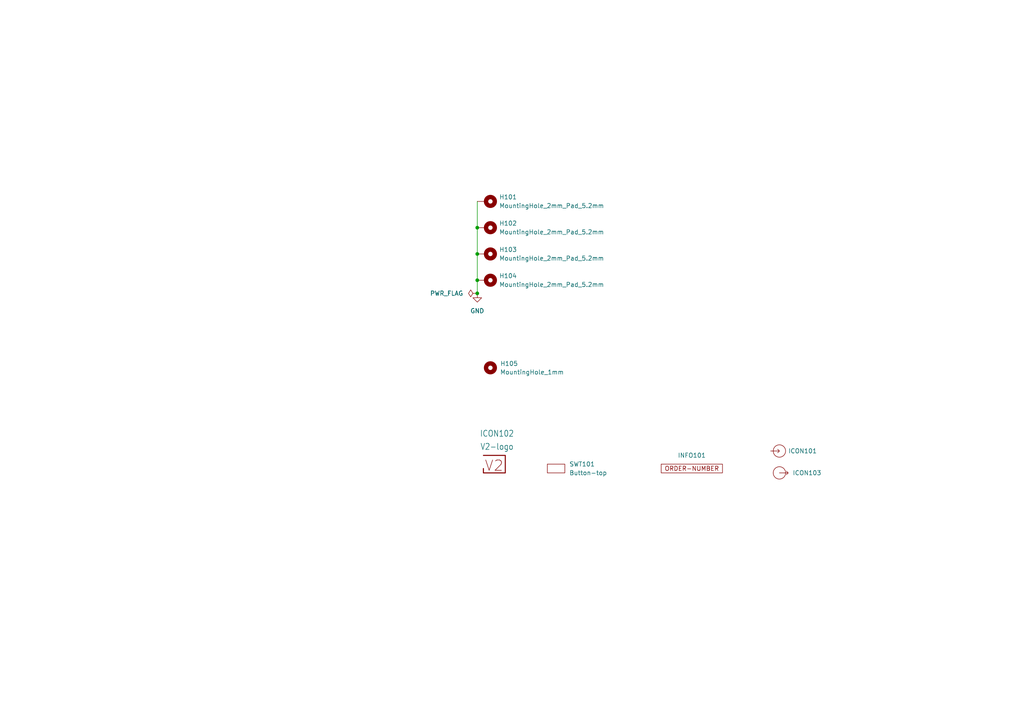
<source format=kicad_sch>
(kicad_sch (version 20250114) (generator "eeschema") (generator_version "9.0")
  (paper "A4")
  (title_block (title "V2 radio") (date "2025-10-09") (rev "1") (company "Versio Duo") (comment 1 "Cover"))
  (lib_symbols
    (symbol "V2_Artwork:Arrow_In" (in_bom no)
      (property "Reference" "ICON" (at -2.54 2.54 0))
      (symbol "Arrow_In_0_1"
        (polyline (pts (xy -2.54 0) (xy 0 0)))
        (polyline (pts (xy -0.508 0.508) (xy 0 0) (xy -0.508 -0.508)))
        (circle (center 0 0) (radius 1.7961))
      )
    )
    (symbol "V2_Artwork:Arrow_Out" (in_bom no)
      (property "Reference" "ICON" (at -2.54 2.54 0))
      (symbol "Arrow_Out_0_1"
        (polyline (pts (xy 0 0) (xy 2.54 0)))
        (circle (center 0 0) (radius 1.7961))
        (polyline (pts (xy 2.032 0.508) (xy 2.54 0) (xy 2.032 -0.508)))
      )
    )
    (symbol "V2_Artwork:V2-logo" (in_bom no)
      (property "Reference" "ICON" (at -3.302 3.81 0))
      (symbol "V2-logo_1_0"
        (polyline (pts (xy -3.302 2.54) (xy 3.048 2.54) (xy 3.048 -2.54) (xy -3.302 -2.54) (xy -3.302 -1.27)) (stroke (width 0.3)))
        (text "V2" (at -0.2055 -0.4053 0) (effects (font (size 3 3))))
      )
    )
    (symbol "V2_Mechanical:MountingHole_1mm" (pin_names (offset 1.016)) (in_bom no)
      (property "Reference" "H" (at 0 5.08 0))
      (property "Value" "MountingHole_1mm" (at 0 3.175 0))
      (symbol "MountingHole_1mm_0_1"
        (circle (center 0 0) (radius 1.27) (stroke (width 1.27)))
      )
    )
    (symbol "V2_Mechanical:MountingHole_2mm_Pad_5.2mm" (pin_numbers (hide yes)) (pin_names (offset 1.016) (hide yes)) (in_bom no)
      (property "Reference" "H" (at 0 6.35 0))
      (property "Value" "MountingHole_2mm_Pad_5.2mm" (at 0 4.445 0))
      (symbol "MountingHole_2mm_Pad_5.2mm_0_1"
        (circle (center 0 1.27) (radius 1.27) (stroke (width 1.27)))
      )
      (symbol "MountingHole_2mm_Pad_5.2mm_1_1"
        (pin input line (at 0 -2.54 90) (length 2.54) (name "1") (number "1"))
      )
    )
    (symbol "V2_PCB_Devices:Button-top" (in_bom no)
      (property "Reference" "SWT1" (at 3.81 1.2701 0))
      (property "Value" "Button-top" (at 3.81 -1.2699 0))
      (symbol "Button-top_0_1"
        (rectangle (start -2.54 1.27) (end 2.54 -1.27))
      )
    )
    (symbol "V2_Production:Order_Number" (in_bom no)
      (property "Reference" "INFO" (at 0 2.54 0))
      (symbol "Order_Number_0_0"
        (text "ORDER-NUMBER" (at 0 0 0) (effects (font (size 1.27 1.27))))
      )
      (symbol "Order_Number_0_1"
        (rectangle (start -8.89 1.27) (end 8.89 -1.27))
      )
    )
    (symbol "power:GND" (power) (pin_numbers (hide yes)) (pin_names (offset 0) (hide yes))
      (property "Value" "GND" (at 0 -3.81 0))
      (symbol "GND_0_1"
        (polyline (pts (xy 0 0) (xy 0 -1.27) (xy 1.27 -1.27) (xy 0 -2.54) (xy -1.27 -1.27) (xy 0 -1.27)))
      )
      (symbol "GND_1_1"
        (pin power_in line (at 0 0 270) (length 0) (name "~") (number "1"))
      )
    )
    (symbol "power:PWR_FLAG" (power) (pin_numbers (hide yes)) (pin_names (offset 0) (hide yes))
      (property "Value" "PWR_FLAG" (at 0 3.81 0))
      (symbol "PWR_FLAG_0_0"
        (pin power_out line (at 0 0 90) (length 0) (name "~") (number "1"))
      )
      (symbol "PWR_FLAG_0_1"
        (polyline (pts (xy 0 0) (xy 0 1.27) (xy -1.016 1.905) (xy 0 2.54) (xy 1.016 1.905) (xy 0 1.27)))
      )
    )
  )
  (junction (at 138.43 73.66))
  (junction (at 138.43 81.28))
  (junction (at 138.43 85.09))
  (junction (at 138.43 66.04))
  (wire (pts (xy 138.43 73.66) (xy 138.43 81.28)))
  (wire (pts (xy 138.43 58.42) (xy 138.43 66.04)))
  (wire (pts (xy 138.43 81.28) (xy 138.43 85.09)))
  (wire (pts (xy 138.43 66.04) (xy 138.43 73.66)))
  (symbol (lib_id "power:GND") (at 138.43 85.09 0) (unit 1)
    (property "Reference" "#PWR0101" (effects (hide yes)))
    (property "Value" "GND" (at 138.43 90.17 0))
  )
  (symbol (lib_id "V2_Mechanical:MountingHole_2mm_Pad_5.2mm") (at 140.97 66.04 270) (unit 1) (exclude_from_sim yes) (in_bom no)
    (property "Reference" "H102" (at 144.78 64.7699 90) (effects (justify left)))
    (property "Value" "MountingHole_2mm_Pad_5.2mm" (at 144.78 67.3099 90) (effects (justify left)))
    (property "Footprint" "V2_Mechanical:MountingHole_2mm_Pad_5.2mm" (effects (hide yes)))
  )
  (symbol (lib_id "V2_Artwork:Arrow_In") (at 226.06 130.81 0) (unit 1) (in_bom no)
    (property "Reference" "ICON101" (at 228.6 130.8099 0) (effects (justify left)))
    (property "Value" "Arrow_In" (effects (hide yes)))
    (property "Footprint" "V2_Artwork:Arrow_In" (effects (hide yes)))
    (property "Sim.Enable" "0" (effects (hide yes)))
  )
  (symbol (lib_id "V2_Production:Order_Number") (at 200.66 135.89 0) (unit 1) (exclude_from_sim yes) (in_bom no)
    (property "Reference" "INFO101" (at 200.66 132.08 0))
    (property "Value" "ORDER-NUMBER" (effects (hide yes)))
    (property "Footprint" "V2_Production:Order_Number" (effects (hide yes)))
  )
  (symbol (lib_id "V2_PCB_Devices:Button-top") (at 161.29 135.89 0) (unit 1) (exclude_from_sim yes) (in_bom no)
    (property "Reference" "SWT101" (at 165.1 134.6199 0) (effects (justify left)))
    (property "Value" "Button-top" (at 165.1 137.1599 0) (effects (justify left)))
    (property "Footprint" "V2_PCB_Devices:PCB_Button-top" (effects (hide yes)))
  )
  (symbol (lib_id "V2_Mechanical:MountingHole_2mm_Pad_5.2mm") (at 140.97 81.28 270) (unit 1) (exclude_from_sim yes) (in_bom no)
    (property "Reference" "H104" (at 144.78 80.0099 90) (effects (justify left)))
    (property "Value" "MountingHole_2mm_Pad_5.2mm" (at 144.78 82.5499 90) (effects (justify left)))
    (property "Footprint" "V2_Mechanical:MountingHole_2mm_Pad_5.2mm" (effects (hide yes)))
  )
  (symbol (lib_id "V2_Mechanical:MountingHole_2mm_Pad_5.2mm") (at 140.97 58.42 270) (unit 1) (exclude_from_sim yes) (in_bom no)
    (property "Reference" "H101" (at 144.78 57.1499 90) (effects (justify left)))
    (property "Value" "MountingHole_2mm_Pad_5.2mm" (at 160.02 59.6899 90))
    (property "Footprint" "V2_Mechanical:MountingHole_2mm_Pad_5.2mm" (effects (hide yes)))
  )
  (symbol (lib_id "V2_Artwork:Arrow_Out") (at 226.06 137.16 0) (unit 1) (in_bom no)
    (property "Reference" "ICON103" (at 229.87 137.1599 0) (effects (justify left)))
    (property "Value" "Arrow_Out" (effects (hide yes)))
    (property "Footprint" "V2_Artwork:Arrow_Out" (effects (hide yes)))
    (property "Sim.Enable" "0" (effects (hide yes)))
  )
  (symbol (lib_id "power:PWR_FLAG") (at 138.43 85.09 90) (unit 1)
    (property "Reference" "#FLG0101" (effects (hide yes)))
    (property "Value" "PWR_FLAG" (at 129.54 85.09 90))
  )
  (symbol (lib_id "V2_Mechanical:MountingHole_1mm") (at 142.24 106.68 0) (unit 1) (exclude_from_sim yes) (in_bom no)
    (property "Reference" "H105" (at 145.0777 105.4569 0) (effects (justify left)))
    (property "Value" "MountingHole_1mm" (at 154.305 107.95 0))
    (property "Footprint" "V2_Mechanical:MountingHole_1mm" (effects (hide yes)))
  )
  (symbol (lib_id "V2_Artwork:V2-logo") (at 143.51 134.62 0) (unit 1) (exclude_from_sim yes) (in_bom no)
    (property "Reference" "ICON102" (at 144.145 125.73 0) (effects (font (size 1.778 1.5113))))
    (property "Value" "V2-logo" (at 144.145 129.54 0) (effects (font (size 1.778 1.5113))))
    (property "Footprint" "V2_Artwork:Logo_Small" (effects (hide yes)))
  )
  (symbol (lib_id "V2_Mechanical:MountingHole_2mm_Pad_5.2mm") (at 140.97 73.66 270) (unit 1) (exclude_from_sim yes) (in_bom no)
    (property "Reference" "H103" (at 144.78 72.3899 90) (effects (justify left)))
    (property "Value" "MountingHole_2mm_Pad_5.2mm" (at 144.78 74.9299 90) (effects (justify left)))
    (property "Footprint" "V2_Mechanical:MountingHole_2mm_Pad_5.2mm" (effects (hide yes)))
  )
)
</source>
